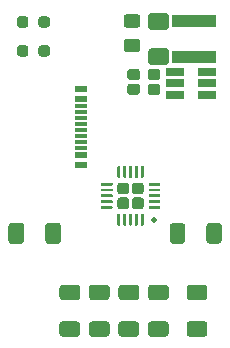
<source format=gbr>
%TF.GenerationSoftware,KiCad,Pcbnew,(5.1.9-0-10_14)*%
%TF.CreationDate,2021-05-03T11:02:38+01:00*%
%TF.ProjectId,Generic,47656e65-7269-4632-9e6b-696361645f70,3*%
%TF.SameCoordinates,Original*%
%TF.FileFunction,Paste,Bot*%
%TF.FilePolarity,Positive*%
%FSLAX46Y46*%
G04 Gerber Fmt 4.6, Leading zero omitted, Abs format (unit mm)*
G04 Created by KiCad (PCBNEW (5.1.9-0-10_14)) date 2021-05-03 11:02:38*
%MOMM*%
%LPD*%
G01*
G04 APERTURE LIST*
%ADD10R,3.700000X1.100000*%
%ADD11R,1.560000X0.650000*%
%ADD12C,0.500000*%
%ADD13R,1.140000X0.600000*%
%ADD14R,1.140000X0.300000*%
G04 APERTURE END LIST*
%TO.C,R8*%
G36*
G01*
X113075000Y-104987500D02*
X113075000Y-104512500D01*
G75*
G02*
X113312500Y-104275000I237500J0D01*
G01*
X113812500Y-104275000D01*
G75*
G02*
X114050000Y-104512500I0J-237500D01*
G01*
X114050000Y-104987500D01*
G75*
G02*
X113812500Y-105225000I-237500J0D01*
G01*
X113312500Y-105225000D01*
G75*
G02*
X113075000Y-104987500I0J237500D01*
G01*
G37*
G36*
G01*
X111250000Y-104987500D02*
X111250000Y-104512500D01*
G75*
G02*
X111487500Y-104275000I237500J0D01*
G01*
X111987500Y-104275000D01*
G75*
G02*
X112225000Y-104512500I0J-237500D01*
G01*
X112225000Y-104987500D01*
G75*
G02*
X111987500Y-105225000I-237500J0D01*
G01*
X111487500Y-105225000D01*
G75*
G02*
X111250000Y-104987500I0J237500D01*
G01*
G37*
%TD*%
%TO.C,R7*%
G36*
G01*
X112225000Y-102062500D02*
X112225000Y-102537500D01*
G75*
G02*
X111987500Y-102775000I-237500J0D01*
G01*
X111487500Y-102775000D01*
G75*
G02*
X111250000Y-102537500I0J237500D01*
G01*
X111250000Y-102062500D01*
G75*
G02*
X111487500Y-101825000I237500J0D01*
G01*
X111987500Y-101825000D01*
G75*
G02*
X112225000Y-102062500I0J-237500D01*
G01*
G37*
G36*
G01*
X114050000Y-102062500D02*
X114050000Y-102537500D01*
G75*
G02*
X113812500Y-102775000I-237500J0D01*
G01*
X113312500Y-102775000D01*
G75*
G02*
X113075000Y-102537500I0J237500D01*
G01*
X113075000Y-102062500D01*
G75*
G02*
X113312500Y-101825000I237500J0D01*
G01*
X113812500Y-101825000D01*
G75*
G02*
X114050000Y-102062500I0J-237500D01*
G01*
G37*
%TD*%
%TO.C,Reg1*%
G36*
G01*
X123875626Y-105950000D02*
X122624374Y-105950000D01*
G75*
G02*
X122375000Y-105700626I0J249374D01*
G01*
X122375000Y-104774374D01*
G75*
G02*
X122624374Y-104525000I249374J0D01*
G01*
X123875626Y-104525000D01*
G75*
G02*
X124125000Y-104774374I0J-249374D01*
G01*
X124125000Y-105700626D01*
G75*
G02*
X123875626Y-105950000I-249374J0D01*
G01*
G37*
G36*
G01*
X123875626Y-102975000D02*
X122624374Y-102975000D01*
G75*
G02*
X122375000Y-102725626I0J249374D01*
G01*
X122375000Y-101799374D01*
G75*
G02*
X122624374Y-101550000I249374J0D01*
G01*
X123875626Y-101550000D01*
G75*
G02*
X124125000Y-101799374I0J-249374D01*
G01*
X124125000Y-102725626D01*
G75*
G02*
X123875626Y-102975000I-249374J0D01*
G01*
G37*
D10*
X126250000Y-102250000D03*
X126250000Y-105250000D03*
G36*
G01*
X121450450Y-102800000D02*
X120549550Y-102800000D01*
G75*
G02*
X120300000Y-102550450I0J249550D01*
G01*
X120300000Y-101899550D01*
G75*
G02*
X120549550Y-101650000I249550J0D01*
G01*
X121450450Y-101650000D01*
G75*
G02*
X121700000Y-101899550I0J-249550D01*
G01*
X121700000Y-102550450D01*
G75*
G02*
X121450450Y-102800000I-249550J0D01*
G01*
G37*
G36*
G01*
X121450450Y-104850000D02*
X120549550Y-104850000D01*
G75*
G02*
X120300000Y-104600450I0J249550D01*
G01*
X120300000Y-103949550D01*
G75*
G02*
X120549550Y-103700000I249550J0D01*
G01*
X121450450Y-103700000D01*
G75*
G02*
X121700000Y-103949550I0J-249550D01*
G01*
X121700000Y-104600450D01*
G75*
G02*
X121450450Y-104850000I-249550J0D01*
G01*
G37*
G36*
G01*
X120600000Y-108237500D02*
X120600000Y-107762500D01*
G75*
G02*
X120837500Y-107525000I237500J0D01*
G01*
X121437500Y-107525000D01*
G75*
G02*
X121675000Y-107762500I0J-237500D01*
G01*
X121675000Y-108237500D01*
G75*
G02*
X121437500Y-108475000I-237500J0D01*
G01*
X120837500Y-108475000D01*
G75*
G02*
X120600000Y-108237500I0J237500D01*
G01*
G37*
G36*
G01*
X122325000Y-108237500D02*
X122325000Y-107762500D01*
G75*
G02*
X122562500Y-107525000I237500J0D01*
G01*
X123162500Y-107525000D01*
G75*
G02*
X123400000Y-107762500I0J-237500D01*
G01*
X123400000Y-108237500D01*
G75*
G02*
X123162500Y-108475000I-237500J0D01*
G01*
X122562500Y-108475000D01*
G75*
G02*
X122325000Y-108237500I0J237500D01*
G01*
G37*
G36*
G01*
X120600000Y-106987500D02*
X120600000Y-106512500D01*
G75*
G02*
X120837500Y-106275000I237500J0D01*
G01*
X121437500Y-106275000D01*
G75*
G02*
X121675000Y-106512500I0J-237500D01*
G01*
X121675000Y-106987500D01*
G75*
G02*
X121437500Y-107225000I-237500J0D01*
G01*
X120837500Y-107225000D01*
G75*
G02*
X120600000Y-106987500I0J237500D01*
G01*
G37*
G36*
G01*
X122325000Y-106987500D02*
X122325000Y-106512500D01*
G75*
G02*
X122562500Y-106275000I237500J0D01*
G01*
X123162500Y-106275000D01*
G75*
G02*
X123400000Y-106512500I0J-237500D01*
G01*
X123400000Y-106987500D01*
G75*
G02*
X123162500Y-107225000I-237500J0D01*
G01*
X122562500Y-107225000D01*
G75*
G02*
X122325000Y-106987500I0J237500D01*
G01*
G37*
D11*
X124650000Y-108450000D03*
X124650000Y-107500000D03*
X124650000Y-106550000D03*
X127350000Y-106550000D03*
X127350000Y-108450000D03*
X127350000Y-107500000D03*
%TD*%
D12*
%TO.C,U2*%
X122875000Y-119025000D03*
G36*
G01*
X120505000Y-116905000D02*
X119995000Y-116905000D01*
G75*
G02*
X119745000Y-116655000I0J250000D01*
G01*
X119745000Y-116145000D01*
G75*
G02*
X119995000Y-115895000I250000J0D01*
G01*
X120505000Y-115895000D01*
G75*
G02*
X120755000Y-116145000I0J-250000D01*
G01*
X120755000Y-116655000D01*
G75*
G02*
X120505000Y-116905000I-250000J0D01*
G01*
G37*
G36*
G01*
X121755000Y-116905000D02*
X121245000Y-116905000D01*
G75*
G02*
X120995000Y-116655000I0J250000D01*
G01*
X120995000Y-116145000D01*
G75*
G02*
X121245000Y-115895000I250000J0D01*
G01*
X121755000Y-115895000D01*
G75*
G02*
X122005000Y-116145000I0J-250000D01*
G01*
X122005000Y-116655000D01*
G75*
G02*
X121755000Y-116905000I-250000J0D01*
G01*
G37*
G36*
G01*
X120505000Y-118155000D02*
X119995000Y-118155000D01*
G75*
G02*
X119745000Y-117905000I0J250000D01*
G01*
X119745000Y-117395000D01*
G75*
G02*
X119995000Y-117145000I250000J0D01*
G01*
X120505000Y-117145000D01*
G75*
G02*
X120755000Y-117395000I0J-250000D01*
G01*
X120755000Y-117905000D01*
G75*
G02*
X120505000Y-118155000I-250000J0D01*
G01*
G37*
G36*
G01*
X121755000Y-118155000D02*
X121245000Y-118155000D01*
G75*
G02*
X120995000Y-117905000I0J250000D01*
G01*
X120995000Y-117395000D01*
G75*
G02*
X121245000Y-117145000I250000J0D01*
G01*
X121755000Y-117145000D01*
G75*
G02*
X122005000Y-117395000I0J-250000D01*
G01*
X122005000Y-117905000D01*
G75*
G02*
X121755000Y-118155000I-250000J0D01*
G01*
G37*
G36*
G01*
X123337500Y-118150000D02*
X122462500Y-118150000D01*
G75*
G02*
X122400000Y-118087500I0J62500D01*
G01*
X122400000Y-117962500D01*
G75*
G02*
X122462500Y-117900000I62500J0D01*
G01*
X123337500Y-117900000D01*
G75*
G02*
X123400000Y-117962500I0J-62500D01*
G01*
X123400000Y-118087500D01*
G75*
G02*
X123337500Y-118150000I-62500J0D01*
G01*
G37*
G36*
G01*
X123337500Y-117650000D02*
X122462500Y-117650000D01*
G75*
G02*
X122400000Y-117587500I0J62500D01*
G01*
X122400000Y-117462500D01*
G75*
G02*
X122462500Y-117400000I62500J0D01*
G01*
X123337500Y-117400000D01*
G75*
G02*
X123400000Y-117462500I0J-62500D01*
G01*
X123400000Y-117587500D01*
G75*
G02*
X123337500Y-117650000I-62500J0D01*
G01*
G37*
G36*
G01*
X123337500Y-117150000D02*
X122462500Y-117150000D01*
G75*
G02*
X122400000Y-117087500I0J62500D01*
G01*
X122400000Y-116962500D01*
G75*
G02*
X122462500Y-116900000I62500J0D01*
G01*
X123337500Y-116900000D01*
G75*
G02*
X123400000Y-116962500I0J-62500D01*
G01*
X123400000Y-117087500D01*
G75*
G02*
X123337500Y-117150000I-62500J0D01*
G01*
G37*
G36*
G01*
X123337500Y-116650000D02*
X122462500Y-116650000D01*
G75*
G02*
X122400000Y-116587500I0J62500D01*
G01*
X122400000Y-116462500D01*
G75*
G02*
X122462500Y-116400000I62500J0D01*
G01*
X123337500Y-116400000D01*
G75*
G02*
X123400000Y-116462500I0J-62500D01*
G01*
X123400000Y-116587500D01*
G75*
G02*
X123337500Y-116650000I-62500J0D01*
G01*
G37*
G36*
G01*
X123337500Y-116150000D02*
X122462500Y-116150000D01*
G75*
G02*
X122400000Y-116087500I0J62500D01*
G01*
X122400000Y-115962500D01*
G75*
G02*
X122462500Y-115900000I62500J0D01*
G01*
X123337500Y-115900000D01*
G75*
G02*
X123400000Y-115962500I0J-62500D01*
G01*
X123400000Y-116087500D01*
G75*
G02*
X123337500Y-116150000I-62500J0D01*
G01*
G37*
G36*
G01*
X121937500Y-115500000D02*
X121812500Y-115500000D01*
G75*
G02*
X121750000Y-115437500I0J62500D01*
G01*
X121750000Y-114562500D01*
G75*
G02*
X121812500Y-114500000I62500J0D01*
G01*
X121937500Y-114500000D01*
G75*
G02*
X122000000Y-114562500I0J-62500D01*
G01*
X122000000Y-115437500D01*
G75*
G02*
X121937500Y-115500000I-62500J0D01*
G01*
G37*
G36*
G01*
X121437500Y-115500000D02*
X121312500Y-115500000D01*
G75*
G02*
X121250000Y-115437500I0J62500D01*
G01*
X121250000Y-114562500D01*
G75*
G02*
X121312500Y-114500000I62500J0D01*
G01*
X121437500Y-114500000D01*
G75*
G02*
X121500000Y-114562500I0J-62500D01*
G01*
X121500000Y-115437500D01*
G75*
G02*
X121437500Y-115500000I-62500J0D01*
G01*
G37*
G36*
G01*
X120937500Y-115500000D02*
X120812500Y-115500000D01*
G75*
G02*
X120750000Y-115437500I0J62500D01*
G01*
X120750000Y-114562500D01*
G75*
G02*
X120812500Y-114500000I62500J0D01*
G01*
X120937500Y-114500000D01*
G75*
G02*
X121000000Y-114562500I0J-62500D01*
G01*
X121000000Y-115437500D01*
G75*
G02*
X120937500Y-115500000I-62500J0D01*
G01*
G37*
G36*
G01*
X120437500Y-115500000D02*
X120312500Y-115500000D01*
G75*
G02*
X120250000Y-115437500I0J62500D01*
G01*
X120250000Y-114562500D01*
G75*
G02*
X120312500Y-114500000I62500J0D01*
G01*
X120437500Y-114500000D01*
G75*
G02*
X120500000Y-114562500I0J-62500D01*
G01*
X120500000Y-115437500D01*
G75*
G02*
X120437500Y-115500000I-62500J0D01*
G01*
G37*
G36*
G01*
X119937500Y-115500000D02*
X119812500Y-115500000D01*
G75*
G02*
X119750000Y-115437500I0J62500D01*
G01*
X119750000Y-114562500D01*
G75*
G02*
X119812500Y-114500000I62500J0D01*
G01*
X119937500Y-114500000D01*
G75*
G02*
X120000000Y-114562500I0J-62500D01*
G01*
X120000000Y-115437500D01*
G75*
G02*
X119937500Y-115500000I-62500J0D01*
G01*
G37*
G36*
G01*
X119287500Y-116150000D02*
X118412500Y-116150000D01*
G75*
G02*
X118350000Y-116087500I0J62500D01*
G01*
X118350000Y-115962500D01*
G75*
G02*
X118412500Y-115900000I62500J0D01*
G01*
X119287500Y-115900000D01*
G75*
G02*
X119350000Y-115962500I0J-62500D01*
G01*
X119350000Y-116087500D01*
G75*
G02*
X119287500Y-116150000I-62500J0D01*
G01*
G37*
G36*
G01*
X119287500Y-116650000D02*
X118412500Y-116650000D01*
G75*
G02*
X118350000Y-116587500I0J62500D01*
G01*
X118350000Y-116462500D01*
G75*
G02*
X118412500Y-116400000I62500J0D01*
G01*
X119287500Y-116400000D01*
G75*
G02*
X119350000Y-116462500I0J-62500D01*
G01*
X119350000Y-116587500D01*
G75*
G02*
X119287500Y-116650000I-62500J0D01*
G01*
G37*
G36*
G01*
X119287500Y-117150000D02*
X118412500Y-117150000D01*
G75*
G02*
X118350000Y-117087500I0J62500D01*
G01*
X118350000Y-116962500D01*
G75*
G02*
X118412500Y-116900000I62500J0D01*
G01*
X119287500Y-116900000D01*
G75*
G02*
X119350000Y-116962500I0J-62500D01*
G01*
X119350000Y-117087500D01*
G75*
G02*
X119287500Y-117150000I-62500J0D01*
G01*
G37*
G36*
G01*
X119287500Y-117650000D02*
X118412500Y-117650000D01*
G75*
G02*
X118350000Y-117587500I0J62500D01*
G01*
X118350000Y-117462500D01*
G75*
G02*
X118412500Y-117400000I62500J0D01*
G01*
X119287500Y-117400000D01*
G75*
G02*
X119350000Y-117462500I0J-62500D01*
G01*
X119350000Y-117587500D01*
G75*
G02*
X119287500Y-117650000I-62500J0D01*
G01*
G37*
G36*
G01*
X119287500Y-118150000D02*
X118412500Y-118150000D01*
G75*
G02*
X118350000Y-118087500I0J62500D01*
G01*
X118350000Y-117962500D01*
G75*
G02*
X118412500Y-117900000I62500J0D01*
G01*
X119287500Y-117900000D01*
G75*
G02*
X119350000Y-117962500I0J-62500D01*
G01*
X119350000Y-118087500D01*
G75*
G02*
X119287500Y-118150000I-62500J0D01*
G01*
G37*
G36*
G01*
X119937500Y-119550000D02*
X119812500Y-119550000D01*
G75*
G02*
X119750000Y-119487500I0J62500D01*
G01*
X119750000Y-118612500D01*
G75*
G02*
X119812500Y-118550000I62500J0D01*
G01*
X119937500Y-118550000D01*
G75*
G02*
X120000000Y-118612500I0J-62500D01*
G01*
X120000000Y-119487500D01*
G75*
G02*
X119937500Y-119550000I-62500J0D01*
G01*
G37*
G36*
G01*
X120437500Y-119550000D02*
X120312500Y-119550000D01*
G75*
G02*
X120250000Y-119487500I0J62500D01*
G01*
X120250000Y-118612500D01*
G75*
G02*
X120312500Y-118550000I62500J0D01*
G01*
X120437500Y-118550000D01*
G75*
G02*
X120500000Y-118612500I0J-62500D01*
G01*
X120500000Y-119487500D01*
G75*
G02*
X120437500Y-119550000I-62500J0D01*
G01*
G37*
G36*
G01*
X120937500Y-119550000D02*
X120812500Y-119550000D01*
G75*
G02*
X120750000Y-119487500I0J62500D01*
G01*
X120750000Y-118612500D01*
G75*
G02*
X120812500Y-118550000I62500J0D01*
G01*
X120937500Y-118550000D01*
G75*
G02*
X121000000Y-118612500I0J-62500D01*
G01*
X121000000Y-119487500D01*
G75*
G02*
X120937500Y-119550000I-62500J0D01*
G01*
G37*
G36*
G01*
X121437500Y-119550000D02*
X121312500Y-119550000D01*
G75*
G02*
X121250000Y-119487500I0J62500D01*
G01*
X121250000Y-118612500D01*
G75*
G02*
X121312500Y-118550000I62500J0D01*
G01*
X121437500Y-118550000D01*
G75*
G02*
X121500000Y-118612500I0J-62500D01*
G01*
X121500000Y-119487500D01*
G75*
G02*
X121437500Y-119550000I-62500J0D01*
G01*
G37*
G36*
G01*
X121937500Y-119550000D02*
X121812500Y-119550000D01*
G75*
G02*
X121750000Y-119487500I0J62500D01*
G01*
X121750000Y-118612500D01*
G75*
G02*
X121812500Y-118550000I62500J0D01*
G01*
X121937500Y-118550000D01*
G75*
G02*
X122000000Y-118612500I0J-62500D01*
G01*
X122000000Y-119487500D01*
G75*
G02*
X121937500Y-119550000I-62500J0D01*
G01*
G37*
%TD*%
%TO.C,C1*%
G36*
G01*
X113662500Y-120850001D02*
X113662500Y-119549999D01*
G75*
G02*
X113912499Y-119300000I249999J0D01*
G01*
X114737501Y-119300000D01*
G75*
G02*
X114987500Y-119549999I0J-249999D01*
G01*
X114987500Y-120850001D01*
G75*
G02*
X114737501Y-121100000I-249999J0D01*
G01*
X113912499Y-121100000D01*
G75*
G02*
X113662500Y-120850001I0J249999D01*
G01*
G37*
G36*
G01*
X110537500Y-120850001D02*
X110537500Y-119549999D01*
G75*
G02*
X110787499Y-119300000I249999J0D01*
G01*
X111612501Y-119300000D01*
G75*
G02*
X111862500Y-119549999I0J-249999D01*
G01*
X111862500Y-120850001D01*
G75*
G02*
X111612501Y-121100000I-249999J0D01*
G01*
X110787499Y-121100000D01*
G75*
G02*
X110537500Y-120850001I0J249999D01*
G01*
G37*
%TD*%
%TO.C,R6*%
G36*
G01*
X125500000Y-119575000D02*
X125500000Y-120825000D01*
G75*
G02*
X125250000Y-121075000I-250000J0D01*
G01*
X124450000Y-121075000D01*
G75*
G02*
X124200000Y-120825000I0J250000D01*
G01*
X124200000Y-119575000D01*
G75*
G02*
X124450000Y-119325000I250000J0D01*
G01*
X125250000Y-119325000D01*
G75*
G02*
X125500000Y-119575000I0J-250000D01*
G01*
G37*
G36*
G01*
X128600000Y-119575000D02*
X128600000Y-120825000D01*
G75*
G02*
X128350000Y-121075000I-250000J0D01*
G01*
X127550000Y-121075000D01*
G75*
G02*
X127300000Y-120825000I0J250000D01*
G01*
X127300000Y-119575000D01*
G75*
G02*
X127550000Y-119325000I250000J0D01*
G01*
X128350000Y-119325000D01*
G75*
G02*
X128600000Y-119575000I0J-250000D01*
G01*
G37*
%TD*%
%TO.C,R5*%
G36*
G01*
X127125000Y-125850000D02*
X125875000Y-125850000D01*
G75*
G02*
X125625000Y-125600000I0J250000D01*
G01*
X125625000Y-124800000D01*
G75*
G02*
X125875000Y-124550000I250000J0D01*
G01*
X127125000Y-124550000D01*
G75*
G02*
X127375000Y-124800000I0J-250000D01*
G01*
X127375000Y-125600000D01*
G75*
G02*
X127125000Y-125850000I-250000J0D01*
G01*
G37*
G36*
G01*
X127125000Y-128950000D02*
X125875000Y-128950000D01*
G75*
G02*
X125625000Y-128700000I0J250000D01*
G01*
X125625000Y-127900000D01*
G75*
G02*
X125875000Y-127650000I250000J0D01*
G01*
X127125000Y-127650000D01*
G75*
G02*
X127375000Y-127900000I0J-250000D01*
G01*
X127375000Y-128700000D01*
G75*
G02*
X127125000Y-128950000I-250000J0D01*
G01*
G37*
%TD*%
%TO.C,R4*%
G36*
G01*
X123855000Y-125850000D02*
X122605000Y-125850000D01*
G75*
G02*
X122355000Y-125600000I0J250000D01*
G01*
X122355000Y-124800000D01*
G75*
G02*
X122605000Y-124550000I250000J0D01*
G01*
X123855000Y-124550000D01*
G75*
G02*
X124105000Y-124800000I0J-250000D01*
G01*
X124105000Y-125600000D01*
G75*
G02*
X123855000Y-125850000I-250000J0D01*
G01*
G37*
G36*
G01*
X123855000Y-128950000D02*
X122605000Y-128950000D01*
G75*
G02*
X122355000Y-128700000I0J250000D01*
G01*
X122355000Y-127900000D01*
G75*
G02*
X122605000Y-127650000I250000J0D01*
G01*
X123855000Y-127650000D01*
G75*
G02*
X124105000Y-127900000I0J-250000D01*
G01*
X124105000Y-128700000D01*
G75*
G02*
X123855000Y-128950000I-250000J0D01*
G01*
G37*
%TD*%
%TO.C,R3*%
G36*
G01*
X121355000Y-125850000D02*
X120105000Y-125850000D01*
G75*
G02*
X119855000Y-125600000I0J250000D01*
G01*
X119855000Y-124800000D01*
G75*
G02*
X120105000Y-124550000I250000J0D01*
G01*
X121355000Y-124550000D01*
G75*
G02*
X121605000Y-124800000I0J-250000D01*
G01*
X121605000Y-125600000D01*
G75*
G02*
X121355000Y-125850000I-250000J0D01*
G01*
G37*
G36*
G01*
X121355000Y-128950000D02*
X120105000Y-128950000D01*
G75*
G02*
X119855000Y-128700000I0J250000D01*
G01*
X119855000Y-127900000D01*
G75*
G02*
X120105000Y-127650000I250000J0D01*
G01*
X121355000Y-127650000D01*
G75*
G02*
X121605000Y-127900000I0J-250000D01*
G01*
X121605000Y-128700000D01*
G75*
G02*
X121355000Y-128950000I-250000J0D01*
G01*
G37*
%TD*%
%TO.C,R2*%
G36*
G01*
X118855000Y-125850000D02*
X117605000Y-125850000D01*
G75*
G02*
X117355000Y-125600000I0J250000D01*
G01*
X117355000Y-124800000D01*
G75*
G02*
X117605000Y-124550000I250000J0D01*
G01*
X118855000Y-124550000D01*
G75*
G02*
X119105000Y-124800000I0J-250000D01*
G01*
X119105000Y-125600000D01*
G75*
G02*
X118855000Y-125850000I-250000J0D01*
G01*
G37*
G36*
G01*
X118855000Y-128950000D02*
X117605000Y-128950000D01*
G75*
G02*
X117355000Y-128700000I0J250000D01*
G01*
X117355000Y-127900000D01*
G75*
G02*
X117605000Y-127650000I250000J0D01*
G01*
X118855000Y-127650000D01*
G75*
G02*
X119105000Y-127900000I0J-250000D01*
G01*
X119105000Y-128700000D01*
G75*
G02*
X118855000Y-128950000I-250000J0D01*
G01*
G37*
%TD*%
%TO.C,R1*%
G36*
G01*
X116355000Y-125850000D02*
X115105000Y-125850000D01*
G75*
G02*
X114855000Y-125600000I0J250000D01*
G01*
X114855000Y-124800000D01*
G75*
G02*
X115105000Y-124550000I250000J0D01*
G01*
X116355000Y-124550000D01*
G75*
G02*
X116605000Y-124800000I0J-250000D01*
G01*
X116605000Y-125600000D01*
G75*
G02*
X116355000Y-125850000I-250000J0D01*
G01*
G37*
G36*
G01*
X116355000Y-128950000D02*
X115105000Y-128950000D01*
G75*
G02*
X114855000Y-128700000I0J250000D01*
G01*
X114855000Y-127900000D01*
G75*
G02*
X115105000Y-127650000I250000J0D01*
G01*
X116355000Y-127650000D01*
G75*
G02*
X116605000Y-127900000I0J-250000D01*
G01*
X116605000Y-128700000D01*
G75*
G02*
X116355000Y-128950000I-250000J0D01*
G01*
G37*
%TD*%
D13*
%TO.C,J2*%
X116660000Y-113600000D03*
X116660000Y-108800000D03*
D14*
X116660000Y-110950000D03*
X116660000Y-111450000D03*
X116660000Y-110450000D03*
X116660000Y-111950000D03*
X116660000Y-109950000D03*
X116660000Y-112450000D03*
X116660000Y-109450000D03*
X116660000Y-112950000D03*
D13*
X116660000Y-108000000D03*
X116660000Y-114400000D03*
%TD*%
M02*

</source>
